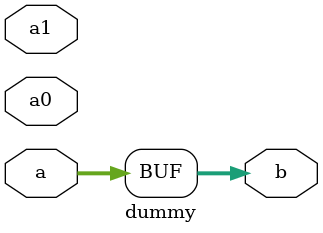
<source format=v>

`default_nettype none
`timescale 1ns/1ps

module dummy(
    input wire a1,
    input wire a0,
    input wire [1:0] a,
    output wire [1:0] b
);

    // wire [1:0] a = {a1,a0};

    initial $display("\n\n");

    always @(a) begin
        $display("Time: %0t - 'a' changed to: %b",$realtime,a);
    end

    always @({a1,a0}) begin
        $display("                                      Time: %0t - 'a1/a0' changed to: %b",$realtime,{a1,a0});
    end

    assign b = a; //{a1,a0};

endmodule




// `default_nettype none

// module dummy(
//     input wire a1,
//     input wire a0,
//     output wire [1:0] b
// );
//     wire [1:0] a = {a1,a0};
//     always @(posedge a[0]) $display(a);
//     assign b = a;
// endmodule


// module dummy(
//     input wire [1:0] a,
//     output wire [1:0] b
// );
//     always @(posedge a[0]) $display(a);
//     assign b = a;
// endmodule

</source>
